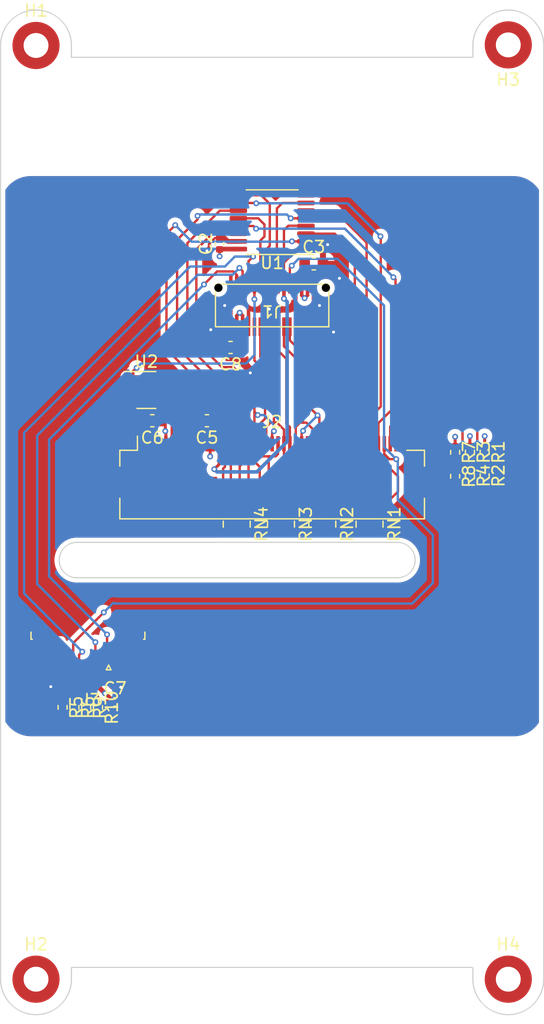
<source format=kicad_pcb>
(kicad_pcb (version 20211014) (generator pcbnew)
  (layers (0 "F.Cu" signal) (1 "In1.Cu" signal) (2 "In2.Cu" signal) (31 "B.Cu" signal) (34 "B.Paste" user) (35 "F.Paste" user) (36 "B.SilkS" user "B.Silkscreen") (37 "F.SilkS" user "F.Silkscreen") (38 "B.Mask" user) (39 "F.Mask" user) (44 "Edge.Cuts" user))
  (net 0 "")
  (net 1 "VDD_AUX_3V3")
  (net 2 "GND")
  (net 7 "/LCD_SPI_CS")
  (net 8 "/LCD_SPI.DC")
  (net 9 "/LCD_SPI.SCLK")
  (net 10 "/LCD_SPI.MOSI")
  (net 11 "/LCD_SPI.MISO")
  (net 12 "/LCD_RGB.R0")
  (net 13 "/LCD_RGB.R1")
  (net 14 "/LCD_RGB.R2")
  (net 15 "/LCD_RGB.G0")
  (net 16 "/LCD_RGB.G1")
  (net 17 "/LCD_RGB.G2")
  (net 18 "/LCD_RGB.B0")
  (net 19 "/LCD_RGB.B1")
  (net 20 "/LCD_CTRL.DE")
  (net 21 "/LCD_CTRL.PCLK")
  (net 22 "/IM0")
  (net 23 "/IM1")
  (net 24 "/IM2")
  (net 25 "/RD")
  (net 26 "/LCDK4")
  (net 27 "/LCDK3")
  (net 28 "/LCDK2")
  (net 29 "/LCDK1")
  (net 30 "/LCD_CTRL.HSYNC")
  (net 31 "/LCD_CTRL.VSYNC")
  (net 32 "~{RESET}")
  (net 33 "/TOUCH_SCL")
  (net 34 "/TOUCH_SDA")
  (net 35 "/TOUCH_INT")
  (net 36 "/LCD_MUX0")
  (net 37 "/LCD_MUX1")
  (net 38 "/LCD_MUX2")
  (net 39 "/LCD_MUX3")
  (net 40 "/DISPLAY_BL")
  (footprint "Resistor_SMD:R_Array_Concave_4x0402" (layer "F.Cu") (at 146 117.25 -90)
    (fp_text reference "RN3")
    (fp_text value "100k")
  )
  (footprint "Resistor_SMD:R_Array_Concave_4x0402" (layer "F.Cu") (at 149.5 117.25 -90)
    (fp_text reference "RN2")
    (fp_text value "100k")
  )
  (footprint "Mounting_Wuerth:Mounting_Wuerth_WA-SMSI-M1.6_H2mm_9774020633" (layer "F.Cu") (at 165.25 76.7 180)
    (fp_text reference "H3")
    (fp_text value "TR")
  )
  (footprint "Capacitor_SMD:C_0603_1608Metric" (layer "F.Cu") (at 135.1 108.5 180)
    (fp_text reference "C6")
    (fp_text value "1u")
  )
  (footprint "Package_TO_SOT_SMD:SOT-23-6" (layer "F.Cu") (at 134.6 105.9)
    (fp_text reference "U2")
    (fp_text value "AP2502")
  )
  (footprint "Capacitor_SMD:C_0402_1005Metric" (layer "F.Cu") (at 131.95 132.3)
    (fp_text reference "C7")
    (fp_text value "0.1u")
  )
  (footprint "Package_SO:TSSOP-16_4.4x5mm_P0.65mm" (layer "F.Cu") (at 145.25 91.7 180)
    (fp_text reference "U1")
    (fp_text value "74CBTLV3257")
  )
  (footprint "Capacitor_SMD:C_0402_1005Metric" (layer "F.Cu") (at 140.8 93.525 90)
    (fp_text reference "C2")
    (fp_text value "0.1u")
  )
  (footprint "Capacitor_SMD:C_0603_1608Metric" (layer "F.Cu") (at 148.78 95.23)
    (fp_text reference "C3")
    (fp_text value "1u")
  )
  (footprint "Capacitor_SMD:C_0603_1608Metric" (layer "F.Cu") (at 141.73 102.3 180)
    (fp_text reference "C8")
    (fp_text value "1u")
  )
  (footprint "Resistor_SMD:R_0402_1005Metric" (layer "F.Cu") (at 162 111.15 -90)
    (fp_text reference "R3")
    (fp_text value "100k")
  )
  (footprint "Capacitor_SMD:C_0603_1608Metric" (layer "F.Cu") (at 139.725 108.5 180)
    (fp_text reference "C5")
    (fp_text value "1u")
  )
  (footprint "Mounting_Wuerth:Mounting_Wuerth_WA-SMSI-M1.6_H2mm_9774020633" (layer "F.Cu") (at 125.25 155.75)
    (fp_text reference "H2")
    (fp_text value "BL")
  )
  (footprint "Resistor_SMD:R_Array_Concave_4x0402" (layer "F.Cu") (at 153.5 117.25 -90)
    (fp_text reference "RN1")
    (fp_text value "100k")
  )
  (footprint "Resistor_SMD:R_0402_1005Metric" (layer "F.Cu") (at 127.5 132.75 -90)
    (fp_text reference "R5")
    (fp_text value "4.7k")
  )
  (footprint "Resistor_SMD:R_Array_Concave_4x0402" (layer "F.Cu") (at 142.25 117.25 -90)
    (fp_text reference "RN4")
    (fp_text value "100k")
  )
  (footprint "Resistor_SMD:R_0402_1005Metric" (layer "F.Cu") (at 129.5 132.76 -90)
    (fp_text reference "R9")
    (fp_text value "4.7k")
  )
  (footprint "Connector_FFC-FPC:Hirose_FH12-45S-0.5SH_1x45-1MP_P0.50mm_Horizontal" (layer "F.Cu") (at 145.25 112.3)
    (fp_text reference "J2")
    (fp_text value "Conn_01x45_Shielded")
  )
  (footprint "Resistor_SMD:R_0402_1005Metric" (layer "F.Cu") (at 128.5 132.75 -90)
    (fp_text reference "R6")
    (fp_text value "4.7k")
  )
  (footprint "Resistor_SMD:R_0402_1005Metric" (layer "F.Cu") (at 163.25 111.15 -90)
    (fp_text reference "R1")
    (fp_text value "100k")
  )
  (footprint "Mounting_Wuerth:Mounting_Wuerth_WA-SMSI-M1.6_H2mm_9774020633" (layer "F.Cu") (at 165.250022 155.749978)
    (fp_text reference "H4")
    (fp_text value "BR")
  )
  (footprint "Connector_FFC-FPC:TE_0-1734839-8_1x08-1MP_P0.5mm_Horizontal" (layer "F.Cu") (at 129.65 129.025 180)
    (fp_text reference "J3")
    (fp_text value "CapTouch")
  )
  (footprint "Resistor_SMD:R_0402_1005Metric" (layer "F.Cu") (at 160.75 111.17 -90)
    (fp_text reference "R7")
    (fp_text value "100k")
  )
  (footprint "bt_Connector_B2B:10132798-031100LF" (layer "F.Cu") (at 145.25 98.75 180)
    (fp_text reference "J1")
    (fp_text value "Conn_02x15_Odd_Even_MountingPin")
  )
  (footprint "Resistor_SMD:R_0402_1005Metric" (layer "F.Cu") (at 130.5 132.76 -90)
    (fp_text reference "R10")
    (fp_text value "4.7k")
  )
  (footprint "Mounting_Wuerth:Mounting_Wuerth_WA-SMSI-M1.6_H2mm_9774020633" (layer "F.Cu") (at 125.25 76.75)
    (fp_text reference "H1")
    (fp_text value "TL")
  )
  (footprint "Resistor_SMD:R_0402_1005Metric" (layer "F.Cu") (at 160.75 113.2 -90)
    (fp_text reference "R8")
    (fp_text value "100k")
  )
  (footprint "Resistor_SMD:R_0402_1005Metric" (layer "F.Cu") (at 163.25 113.15 -90)
    (fp_text reference "R2")
    (fp_text value "100k")
  )
  (footprint "Resistor_SMD:R_0402_1005Metric" (layer "F.Cu") (at 162 113.15 -90)
    (fp_text reference "R4")
    (fp_text value "100k")
  )
  (gr_arc (start 128.714558 121.790826) (mid 127.214564 120.290826) (end 128.714558 118.790826) (layer "Edge.Cuts") (width 0.1))
  (gr_line (start 155.872545 118.78922) (end 128.714558 118.78922) (layer "Edge.Cuts") (width 0.1))
  (gr_arc (start 155.872545 118.78922) (mid 157.37255 120.28922) (end 155.872545 121.78922) (layer "Edge.Cuts") (width 0.1))
  (gr_line (start 128.25 155.75) (end 128.25 154.75) (layer "Edge.Cuts") (width 0.1))
  (gr_arc (start 162.25 76.75) (mid 165.25 73.75) (end 168.25 76.75) (layer "Edge.Cuts") (width 0.1))
  (gr_line (start 162.25 155.75) (end 162.25 154.75) (layer "Edge.Cuts") (width 0.1))
  (gr_line (start 128.25 77.75) (end 162.25 77.75) (layer "Edge.Cuts") (width 0.1))
  (gr_line (start 128.25 76.75) (end 128.25 77.75) (layer "Edge.Cuts") (width 0.1))
  (gr_line (start 162.25 154.75) (end 128.25 154.75) (layer "Edge.Cuts") (width 0.1))
  (gr_line (start 168.25 155.75) (end 168.25 76.75) (layer "Edge.Cuts") (width 0.1))
  (gr_arc (start 168.250022 155.749978) (mid 165.250022 158.749978) (end 162.250022 155.749978) (layer "Edge.Cuts") (width 0.1))
  (gr_arc (start 128.25 155.75) (mid 125.25 158.75) (end 122.25 155.75) (layer "Edge.Cuts") (width 0.1))
  (gr_line (start 122.25 155.75) (end 122.25 76.75) (layer "Edge.Cuts") (width 0.1))
  (gr_arc (start 122.25 76.75) (mid 125.25 73.75) (end 128.25 76.75) (layer "Edge.Cuts") (width 0.1))
  (gr_line (start 162.25 76.75) (end 162.25 77.75) (layer "Edge.Cuts") (width 0.1))
  (gr_line (start 155.872545 121.78922) (end 128.714558 121.78922) (layer "Edge.Cuts") (width 0.1))
  (segment (start 130.5 133.27) (end 130.955 133.27) (width 0.4) (layer "F.Cu") (net 1))
  (segment (start 131.47 131.945) (end 130.625 131.1) (width 0.4) (layer "F.Cu") (net 1))
  (segment (start 163.25 110.64) (end 163.25 109.8) (width 0.254) (layer "F.Cu") (net 1))
  (segment (start 130.49 133.26) (end 130.5 133.27) (width 0.4) (layer "F.Cu") (net 1))
  (segment (start 148.25 96.95) (end 148.25 97.88) (width 0.3) (layer "F.Cu") (net 1))
  (segment (start 140 109.5) (end 140 109) (width 0.512) (layer "F.Cu") (net 1))
  (segment (start 160.75 110.66) (end 160.75 109.85) (width 0.254) (layer "F.Cu") (net 1))
  (segment (start 162 109.8) (end 162 110.64) (width 0.254) (layer "F.Cu") (net 1))
  (segment (start 130.955 133.27) (end 131.47 132.755) (width 0.4) (layer "F.Cu") (net 1))
  (segment (start 140.83 93.975) (end 140.8 94.005) (width 0.4) (layer "F.Cu") (net 1))
  (segment (start 148.25 95.475) (end 148.005 95.23) (width 0.3) (layer "F.Cu") (net 1))
  (segment (start 129.135 133.26) (end 130.49 133.26) (width 0.4) (layer "F.Cu") (net 1))
  (segment (start 128.5 133.26) (end 129.135 133.26) (width 0.4) (layer "F.Cu") (net 1))
  (segment (start 142.25 99.61) (end 142.5 99.36) (width 0.3) (layer "F.Cu") (net 1))
  (segment (start 131.47 132.3) (end 131.47 131.945) (width 0.4) (layer "F.Cu") (net 1))
  (segment (start 139.75 110.45) (end 139.75 109.75) (width 0.2) (layer "F.Cu") (net 1))
  (segment (start 140.25 109.75) (end 140.25 110.45) (width 0.2) (layer "F.Cu") (net 1))
  (segment (start 142.75 100.55) (end 142.75 99.61) (width 0.3) (layer "F.Cu") (net 1))
  (segment (start 148.25 97.88) (end 148 98.13) (width 0.3) (layer "F.Cu") (net 1))
  (segment (start 140.8 94.005) (end 140.8 94.59) (width 0.2) (layer "F.Cu") (net 1))
  (segment (start 142.75 102.055) (end 142.505 102.3) (width 0.3) (layer "F.Cu") (net 1))
  (segment (start 140 109.5) (end 140 110.45) (width 0.512) (layer "F.Cu") (net 1))
  (segment (start 147.75 96.95) (end 147.75 95.485) (width 0.3) (layer "F.Cu") (net 1))
  (segment (start 142.25 102.045) (end 142.505 102.3) (width 0.3) (layer "F.Cu") (net 1))
  (segment (start 147.75 96.95) (end 147.75 97.88) (width 0.3) (layer "F.Cu") (net 1))
  (segment (start 130.9 130.375) (end 130.625 130.375) (width 0.2) (layer "F.Cu") (net 1))
  (segment (start 140 109.5) (end 140.25 109.75) (width 0.2) (layer "F.Cu") (net 1))
  (segment (start 140 110.45) (end 140 111.525) (width 0.25) (layer "F.Cu") (net 1))
  (segment (start 142.25 100.55) (end 142.25 99.61) (width 0.3) (layer "F.Cu") (net 1))
  (segment (start 136.25 109.425) (end 136.25 110.45) (width 0.254) (layer "F.Cu") (net 1))
  (segment (start 129.135 133.26) (end 129.49 133.26) (width 0.4) (layer "F.Cu") (net 1))
  (segment (start 148.25 96.95) (end 148.25 95.475) (width 0.3) (layer "F.Cu") (net 1))
  (segment (start 142.75 100.55) (end 142.75 102.055) (width 0.3) (layer "F.Cu") (net 1))
  (segment (start 142.75 99.61) (end 142.5 99.36) (width 0.3) (layer "F.Cu") (net 1))
  (segment (start 130.625 130.375) (end 130.4 130.375) (width 0.2) (layer "F.Cu") (net 1))
  (segment (start 130.625 131.1) (end 130.625 130.375) (width 0.4) (layer "F.Cu") (net 1))
  (segment (start 140 109) (end 140.5 108.5) (width 0.512) (layer "F.Cu") (net 1))
  (segment (start 139.75 109.75) (end 140 109.5) (width 0.2) (layer "F.Cu") (net 1))
  (segment (start 136.2 108.825) (end 135.875 108.5) (width 0.254) (layer "F.Cu") (net 1))
  (segment (start 129.49 133.26) (end 129.5 133.27) (width 0.4) (layer "F.Cu") (net 1))
  (segment (start 142.25 100.55) (end 142.25 102.045) (width 0.3) (layer "F.Cu") (net 1))
  (segment (start 136.2 109.375) (end 136.2 108.825) (width 0.254) (layer "F.Cu") (net 1))
  (segment (start 136.2 109.375) (end 136.25 109.425) (width 0.254) (layer "F.Cu") (net 1))
  (segment (start 147.75 97.88) (end 148 98.13) (width 0.3) (layer "F.Cu") (net 1))
  (segment (start 140 110.45) (end 140 110.85) (width 0.512) (layer "F.Cu") (net 1))
  (segment (start 147.75 95.485) (end 148.005 95.23) (width 0.3) (layer "F.Cu") (net 1))
  (segment (start 142.3875 93.975) (end 140.83 93.975) (width 0.4) (layer "F.Cu") (net 1))
  (segment (start 127.5 133.26) (end 128.5 133.26) (width 0.4) (layer "F.Cu") (net 1))
  (segment (start 131.47 132.755) (end 131.47 132.3) (width 0.4) (layer "F.Cu") (net 1))
  (via (at 163.25 109.8) (size 0.5) (drill 0.25) (layers "F.Cu" "B.Cu") (net 1))
  (via (at 162 109.8) (size 0.5) (drill 0.25) (layers "F.Cu" "B.Cu") (net 1))
  (via (at 140.8 94.59) (size 0.5) (drill 0.25) (layers "F.Cu" "B.Cu") (net 1))
  (via (at 136.2 109.375) (size 0.5) (drill 0.25) (layers "F.Cu" "B.Cu") (net 1))
  (via (at 140 111.525) (size 0.5) (drill 0.25) (layers "F.Cu" "B.Cu") (net 1))
  (via (at 142.5 99.36) (size 0.5) (drill 0.25) (layers "F.Cu" "B.Cu") (net 1))
  (via (at 160.75 109.85) (size 0.5) (drill 0.25) (layers "F.Cu" "B.Cu") (net 1))
  (via (at 148 98.13) (size 0.5) (drill 0.25) (layers "F.Cu" "B.Cu") (net 1))
  (via (at 131.0875 131.5625) (size 0.5) (drill 0.25) (layers "F.Cu" "B.Cu") (net 1))
  (segment (start 139.25 108.8) (end 138.95 108.5) (width 0.2) (layer "F.Cu") (net 2))
  (segment (start 138.75 110.45) (end 138.75 108.7) (width 0.2) (layer "F.Cu") (net 2))
  (segment (start 141.75 99.27) (end 141.75 96.95) (width 0.3) (layer "F.Cu") (net 2))
  (segment (start 131.64 131.05) (end 132.43 131.05) (width 0.3) (layer "F.Cu") (net 2))
  (segment (start 143.3 99.05) (end 145.07 99.05) (width 0.3) (layer "F.Cu") (net 2))
  (segment (start 145.25 99.3) (end 145 99.05) (width 0.3) (layer "F.Cu") (net 2))
  (segment (start 139.25 110.45) (end 139.25 108.8) (width 0.2) (layer "F.Cu") (net 2))
  (segment (start 141.75 100.55) (end 141.75 99.27) (width 0.3) (layer "F.Cu") (net 2))
  (segment (start 143.25 99.1) (end 143.3 99.05) (width 0.3) (layer "F.Cu") (net 2))
  (segment (start 127.9 130.375) (end 127.275 131) (width 0.3) (layer "F.Cu") (net 2))
  (segment (start 141.22 93.045) (end 140.8 93.045) (width 0.4) (layer "F.Cu") (net 2))
  (segment (start 145 99.05) (end 147.35 99.05) (width 0.3) (layer "F.Cu") (net 2))
  (segment (start 127.275 131) (end 126.5 131) (width 0.3) (layer "F.Cu") (net 2))
  (segment (start 131.4 130.81) (end 131.64 131.05) (width 0.3) (layer "F.Cu") (net 2))
  (segment (start 139.9 93.96) (end 139.73 94.13) (width 0.2) (layer "F.Cu") (net 2))
  (segment (start 145.25 100.55) (end 145.25 99.3) (width 0.3) (layer "F.Cu") (net 2))
  (segment (start 148.75 99.05) (end 148.75 100.55) (width 0.3) (layer "F.Cu") (net 2))
  (segment (start 147.25 98.95) (end 147.25 100.55) (width 0.3) (layer "F.Cu") (net 2))
  (segment (start 131.4 130.375) (end 131.4 130.81) (width 0.3) (layer "F.Cu") (net 2))
  (segment (start 139.9 93.55) (end 139.9 93.96) (width 0.2) (layer "F.Cu") (net 2))
  (segment (start 141.5 93.325) (end 141.22 93.045) (width 0.4) (layer "F.Cu") (net 2))
  (segment (start 148.75 99.05) (end 147.35 99.05) (width 0.3) (layer "F.Cu") (net 2))
  (segment (start 140.405 93.045) (end 139.9 93.55) (width 0.2) (layer "F.Cu") (net 2))
  (segment (start 143.25 100.55) (end 143.25 99.1) (width 0.3) (layer "F.Cu") (net 2))
  (segment (start 148.75 96.95) (end 148.75 99.05) (width 0.3) (layer "F.Cu") (net 2))
  (segment (start 141.5 93.325) (end 142.3875 93.325) (width 0.4) (layer "F.Cu") (net 2))
  (segment (start 138.95 108.5) (end 138.95 110.84) (width 0.512) (layer "F.Cu") (net 2))
  (segment (start 147.25 96.95) (end 147.25 98.95) (width 0.3) (layer "F.Cu") (net 2))
  (segment (start 132.43 131.05) (end 132.43 132.3) (width 0.3) (layer "F.Cu") (net 2))
  (segment (start 147.35 99.05) (end 147.25 98.95) (width 0.3) (layer "F.Cu") (net 2))
  (segment (start 138.75 108.7) (end 138.95 108.5) (width 0.2) (layer "F.Cu") (net 2))
  (segment (start 140.8 93.045) (end 140.405 93.045) (width 0.2) (layer "F.Cu") (net 2))
  (via (at 150.45 101) (size 0.5) (drill 0.25) (layers "F.Cu" "B.Cu") (net 2))
  (via (at 126.5 131) (size 0.5) (drill 0.25) (layers "F.Cu" "B.Cu") (net 2))
  (via (at 141.23 98.75) (size 0.5) (drill 0.25) (layers "F.Cu" "B.Cu") (net 2))
  (via (at 150.95 96.45) (size 0.5) (drill 0.25) (layers "F.Cu" "B.Cu") (net 2))
  (via (at 140.05 100.8) (size 0.5) (drill 0.25) (layers "F.Cu" "B.Cu") (net 2))
  (via (at 145 99.05) (size 0.5) (drill 0.25) (layers "F.Cu" "B.Cu") (net 2))
  (via (at 132.43 131.05) (size 0.5) (drill 0.25) (layers "F.Cu" "B.Cu") (net 2))
  (via (at 149.26 98.75) (size 0.5) (drill 0.25) (layers "F.Cu" "B.Cu") (net 2))
  (via (at 143.4 104.45) (size 0.5) (drill 0.25) (layers "F.Cu" "B.Cu") (net 2))
  (via (at 139.73 94.13) (size 0.5) (drill 0.25) (layers "F.Cu" "B.Cu") (net 2))
  (via (at 149.95 93.6) (size 0.5) (drill 0.25) (layers "F.Cu" "B.Cu") (net 2))
  (segment (start 148.1 93.9875) (end 148.1125 93.975) (width 0.25) (layer "F.Cu") (net 7))
  (segment (start 140.75 110.45) (end 140.75 112.2) (width 0.25) (layer "F.Cu") (net 7))
  (segment (start 140.75 112.2) (end 140.35 112.6) (width 0.25) (layer "F.Cu") (net 7))
  (segment (start 146.25 95.13) (end 147.405 93.975) (width 0.2) (layer "F.Cu") (net 7))
  (segment (start 147.405 93.975) (end 148.1125 93.975) (width 0.2) (layer "F.Cu") (net 7))
  (segment (start 146.25 98.17) (end 146.25 96.95) (width 0.3) (layer "F.Cu") (net 7))
  (segment (start 146.25 96.95) (end 146.25 95.13) (width 0.2) (layer "F.Cu") (net 7))
  (via (at 146.25 98.17) (size 0.5) (drill 0.25) (layers "F.Cu" "B.Cu") (net 7))
  (via (at 140.35 112.6) (size 0.5) (drill 0.25) (layers "F.Cu" "B.Cu") (net 7))
  (segment (start 146.52 110.27) (end 146.52 98.44) (width 0.3) (layer "B.Cu") (net 7))
  (segment (start 143.96 112.83) (end 146.52 110.27) (width 0.3) (layer "B.Cu") (net 7))
  (segment (start 140.58 112.83) (end 143.96 112.83) (width 0.3) (layer "B.Cu") (net 7))
  (segment (start 146.52 98.44) (end 146.25 98.17) (width 0.3) (layer "B.Cu") (net 7))
  (segment (start 140.35 112.6) (end 140.58 112.83) (width 0.3) (layer "B.Cu") (net 7))
  (segment (start 141.1 112.55) (end 141.25 112.4) (width 0.2) (layer "F.Cu") (net 8))
  (segment (start 141.5 116.75) (end 141.5 116.05) (width 0.2) (layer "F.Cu") (net 8))
  (segment (start 141.1 115.65) (end 141.1 112.55) (width 0.2) (layer "F.Cu") (net 8))
  (segment (start 141.5 116.05) (end 141.1 115.65) (width 0.2) (layer "F.Cu") (net 8))
  (segment (start 140.7 106.35) (end 140.2 106.35) (width 0.2) (layer "F.Cu") (net 8))
  (segment (start 136.3 92.69) (end 137.04 91.95) (width 0.2) (layer "F.Cu") (net 8))
  (segment (start 141.25 110.45) (end 141.25 106.9) (width 0.2) (layer "F.Cu") (net 8))
  (segment (start 136.3 102.45) (end 136.3 92.69) (width 0.2) (layer "F.Cu") (net 8))
  (segment (start 141.25 106.9) (end 140.7 106.35) (width 0.2) (layer "F.Cu") (net 8))
  (segment (start 140.2 106.35) (end 136.3 102.45) (width 0.2) (layer "F.Cu") (net 8))
  (segment (start 148.1125 93.325) (end 146.925 93.325) (width 0.2) (layer "F.Cu") (net 8))
  (segment (start 141.25 112.4) (end 141.25 110.45) (width 0.2) (layer "F.Cu") (net 8))
  (via (at 137.04 91.95) (size 0.5) (drill 0.25) (layers "F.Cu" "B.Cu") (net 8))
  (via (at 146.925 93.325) (size 0.5) (drill 0.25) (layers "F.Cu" "B.Cu") (net 8))
  (segment (start 138.44 93.35) (end 137.04 91.95) (width 0.2) (layer "B.Cu") (net 8))
  (segment (start 146.925 93.325) (end 146.9 93.35) (width 0.2) (layer "B.Cu") (net 8))
  (segment (start 146.9 93.35) (end 138.44 93.35) (width 0.2) (layer "B.Cu") (net 8))
  (segment (start 148.1125 91.375) (end 146.825 91.375) (width 0.2) (layer "F.Cu") (net 9))
  (segment (start 142 116.75) (end 142 114.725) (width 0.2) (layer "F.Cu") (net 9))
  (segment (start 137.2 93.2) (end 137.2 102.3) (width 0.2) (layer "F.Cu") (net 9))
  (segment (start 142.11 108.37) (end 141.75 108.73) (width 0.2) (layer "F.Cu") (net 9))
  (segment (start 138.93 91.17) (end 138.93 91.47) (width 0.2) (layer "F.Cu") (net 9))
  (segment (start 141.05 105.45) (end 142.11 106.51) (width 0.2) (layer "F.Cu") (net 9))
  (segment (start 142.11 106.51) (end 142.11 108.37) (width 0.2) (layer "F.Cu") (net 9))
  (segment (start 138.93 91.47) (end 137.2 93.2) (width 0.2) (layer "F.Cu") (net 9))
  (segment (start 141.75 114.475) (end 141.75 110.45) (width 0.2) (layer "F.Cu") (net 9))
  (segment (start 140.35 105.45) (end 141.05 105.45) (width 0.2) (layer "F.Cu") (net 9))
  (segment (start 137.2 102.3) (end 140.35 105.45) (width 0.2) (layer "F.Cu") (net 9))
  (segment (start 142 114.725) (end 141.75 114.475) (width 0.2) (layer "F.Cu") (net 9))
  (segment (start 141.75 108.73) (end 141.75 110.45) (width 0.2) (layer "F.Cu") (net 9))
  (via (at 146.825 91.375) (size 0.5) (drill 0.25) (layers "F.Cu" "B.Cu") (net 9))
  (via (at 138.93 91.17) (size 0.5) (drill 0.25) (layers "F.Cu" "B.Cu") (net 9))
  (segment (start 139.05 91.05) (end 138.93 91.17) (width 0.2) (layer "B.Cu") (net 9))
  (segment (start 146.825 91.375) (end 146.5 91.05) (width 0.2) (layer "B.Cu") (net 9))
  (segment (start 146.5 91.05) (end 139.05 91.05) (width 0.2) (layer "B.Cu") (net 9))
  (segment (start 138.070499 102.120499) (end 140.7 104.75) (width 0.2) (layer "F.Cu") (net 10))
  (segment (start 142.75 105.9) (end 142.75 110.45) (width 0.2) (layer "F.Cu") (net 10))
  (segment (start 140.815 90.725) (end 138.070499 93.469501) (width 0.2) (layer "F.Cu") (net 10))
  (segment (start 142.5 116.75) (end 142.5 112.35) (width 0.2) (layer "F.Cu") (net 10))
  (segment (start 140.7 104.75) (end 141.6 104.75) (width 0.2) (layer "F.Cu") (net 10))
  (segment (start 142.5 112.35) (end 142.75 112.1) (width 0.2) (layer "F.Cu") (net 10))
  (segment (start 141.6 104.75) (end 142.75 105.9) (width 0.2) (layer "F.Cu") (net 10))
  (segment (start 142.75 112.1) (end 142.75 110.45) (width 0.2) (layer "F.Cu") (net 10))
  (segment (start 142.3875 90.725) (end 140.815 90.725) (width 0.2) (layer "F.Cu") (net 10))
  (segment (start 138.070499 93.469501) (end 138.070499 102.120499) (width 0.2) (layer "F.Cu") (net 10))
  (segment (start 140.365 92.485) (end 138.83 94.02) (width 0.2) (layer "F.Cu") (net 11))
  (segment (start 143.25 115.75) (end 143.25 110.45) (width 0.2) (layer "F.Cu") (net 11))
  (segment (start 138.83 94.02) (end 138.83 101.8) (width 0.2) (layer "F.Cu") (net 11))
  (segment (start 143.25 109.636695) (end 143.25 110.45) (width 0.2) (layer "F.Cu") (net 11))
  (segment (start 141.96 103.96) (end 143.309501 105.309501) (width 0.2) (layer "F.Cu") (net 11))
  (segment (start 141.55 92.675) (end 141.36 92.485) (width 0.2) (layer "F.Cu") (net 11))
  (segment (start 143.309501 105.309501) (end 143.309501 109.577195) (width 0.2) (layer "F.Cu") (net 11))
  (segment (start 140.99 103.96) (end 141.96 103.96) (width 0.2) (layer "F.Cu") (net 11))
  (segment (start 143.309501 109.577195) (end 143.25 109.636695) (width 0.2) (layer "F.Cu") (net 11))
  (segment (start 138.83 101.8) (end 140.99 103.96) (width 0.2) (layer "F.Cu") (net 11))
  (segment (start 141.36 92.485) (end 140.365 92.485) (width 0.2) (layer "F.Cu") (net 11))
  (segment (start 143 116.75) (end 143 116) (width 0.2) (layer "F.Cu") (net 11))
  (segment (start 142.3875 92.675) (end 141.55 92.675) (width 0.2) (layer "F.Cu") (net 11))
  (segment (start 143 116) (end 143.25 115.75) (width 0.2) (layer "F.Cu") (net 11))
  (segment (start 144.2 114.9) (end 144.2 112.4) (width 0.2) (layer "F.Cu") (net 12))
  (segment (start 145.25 116.75) (end 145.25 115.95) (width 0.2) (layer "F.Cu") (net 12))
  (segment (start 143.75 111.95) (end 143.75 110.45) (width 0.2) (layer "F.Cu") (net 12))
  (segment (start 143.8 107.79) (end 143.75 107.79) (width 0.2) (layer "F.Cu") (net 12))
  (segment (start 143.75 107.79) (end 143.75 105.25) (width 0.2) (layer "F.Cu") (net 12))
  (segment (start 145.25 115.95) (end 144.2 114.9) (width 0.2) (layer "F.Cu") (net 12))
  (segment (start 144.1 104.9) (end 144.1 103.75) (width 0.2) (layer "F.Cu") (net 12))
  (segment (start 143.75 110.45) (end 143.75 107.79) (width 0.2) (layer "F.Cu") (net 12))
  (segment (start 143.75 105.25) (end 144.1 104.9) (width 0.2) (layer "F.Cu") (net 12))
  (segment (start 145.25 110.45) (end 145.25 109.53) (width 0.2) (layer "F.Cu") (net 12))
  (segment (start 144.2 112.4) (end 143.75 111.95) (width 0.2) (layer "F.Cu") (net 12))
  (segment (start 143.75 103.4) (end 143.75 100.55) (width 0.2) (layer "F.Cu") (net 12))
  (segment (start 144.03 108.02) (end 143.8 107.79) (width 0.2) (layer "F.Cu") (net 12))
  (segment (start 144.1 103.75) (end 143.75 103.4) (width 0.2) (layer "F.Cu") (net 12))
  (segment (start 145.25 109.53) (end 145.4 109.38) (width 0.2) (layer "F.Cu") (net 12))
  (via (at 144.03 108.02) (size 0.5) (drill 0.25) (layers "F.Cu" "B.Cu") (net 12))
  (via (at 145.4 109.38) (size 0.5) (drill 0.25) (layers "F.Cu" "B.Cu") (net 12))
  (segment (start 144.57 108.02) (end 144.03 108.02) (width 0.2) (layer "B.Cu") (net 12))
  (segment (start 145.4 108.85) (end 144.57 108.02) (width 0.2) (layer "B.Cu") (net 12))
  (segment (start 145.4 109.38) (end 145.4 108.85) (width 0.2) (layer "B.Cu") (net 12))
  (segment (start 145.75 114.95) (end 144.96 114.16) (width 0.2) (layer "F.Cu") (net 13))
  (segment (start 144.96 111.58) (end 145.03 111.51) (width 0.2) (layer "F.Cu") (net 13))
  (segment (start 145.75 116.75) (end 145.75 114.95) (width 0.2) (layer "F.Cu") (net 13))
  (segment (start 144.4 111.52) (end 144.25 111.37) (width 0.2) (layer "F.Cu") (net 13))
  (segment (start 145.75 110.45) (end 145.75 111.31) (width 0.2) (layer "F.Cu") (net 13))
  (segment (start 145.03 111.51) (end 144.41 111.51) (width 0.2) (layer "F.Cu") (net 13))
  (segment (start 144.96 114.16) (end 144.96 111.58) (width 0.2) (layer "F.Cu") (net 13))
  (segment (start 144.41 111.51) (end 144.4 111.52) (width 0.2) (layer "F.Cu") (net 13))
  (segment (start 144.25 111.37) (end 144.25 110.45) (width 0.2) (layer "F.Cu") (net 13))
  (segment (start 144.25 108.725) (end 144.25 110.45) (width 0.2) (layer "F.Cu") (net 13))
  (segment (start 144.25 103.1) (end 144.65 103.5) (width 0.2) (layer "F.Cu") (net 13))
  (segment (start 145.75 111.31) (end 145.55 111.51) (width 0.2) (layer "F.Cu") (net 13))
  (segment (start 145.55 111.51) (end 145.03 111.51) (width 0.2) (layer "F.Cu") (net 13))
  (segment (start 144.65 108.325) (end 144.25 108.725) (width 0.2) (layer "F.Cu") (net 13))
  (segment (start 144.25 100.55) (end 144.25 103.1) (width 0.2) (layer "F.Cu") (net 13))
  (segment (start 144.65 103.5) (end 144.65 108.325) (width 0.2) (layer "F.Cu") (net 13))
  (segment (start 145.4 103.25) (end 145.4 108.65) (width 0.2) (layer "F.Cu") (net 14))
  (segment (start 146.25 116.75) (end 146.25 110.45) (width 0.2) (layer "F.Cu") (net 14))
  (segment (start 146.25 110.45) (end 146.25 109.25) (width 0.2) (layer "F.Cu") (net 14))
  (segment (start 145.12 108.65) (end 144.75 109.02) (width 0.2) (layer "F.Cu") (net 14))
  (segment (start 145.65 108.65) (end 145.4 108.65) (width 0.2) (layer "F.Cu") (net 14))
  (segment (start 146.25 109.25) (end 145.65 108.65) (width 0.2) (layer "F.Cu") (net 14))
  (segment (start 144.75 100.55) (end 144.75 102.6) (width 0.2) (layer "F.Cu") (net 14))
  (segment (start 145.4 108.65) (end 145.12 108.65) (width 0.2) (layer "F.Cu") (net 14))
  (segment (start 144.75 102.6) (end 145.4 103.25) (width 0.2) (layer "F.Cu") (net 14))
  (segment (start 144.75 109.02) (end 144.75 110.45) (width 0.2) (layer "F.Cu") (net 14))
  (segment (start 146.75 110.45) (end 146.75 109.05) (width 0.2) (layer "F.Cu") (net 15))
  (segment (start 146.75 111.31) (end 146.94 111.5) (width 0.2) (layer "F.Cu") (net 15))
  (segment (start 146.45 103.26) (end 145.75 102.56) (width 0.2) (layer "F.Cu") (net 15))
  (segment (start 146.75 116.1) (end 147.15 115.7) (width 0.2) (layer "F.Cu") (net 15))
  (segment (start 146.94 111.5) (end 147.52 111.5) (width 0.2) (layer "F.Cu") (net 15))
  (segment (start 148.25 111.32) (end 148.06 111.51) (width 0.2) (layer "F.Cu") (net 15))
  (segment (start 145.75 102.56) (end 145.75 100.55) (width 0.2) (layer "F.Cu") (net 15))
  (segment (start 146.75 110.45) (end 146.75 111.31) (width 0.2) (layer "F.Cu") (net 15))
  (segment (start 148.25 110.45) (end 148.25 111.32) (width 0.2) (layer "F.Cu") (net 15))
  (segment (start 148.06 111.51) (end 148.05 111.5) (width 0.2) (layer "F.Cu") (net 15))
  (segment (start 146.45 108.74) (end 146.45 103.26) (width 0.2) (layer "F.Cu") (net 15))
  (segment (start 148.05 111.5) (end 147.52 111.5) (width 0.2) (layer "F.Cu") (net 15))
  (segment (start 146.75 109.05) (end 146.755 109.045) (width 0.2) (layer "F.Cu") (net 15))
  (segment (start 146.75 116.75) (end 146.75 116.1) (width 0.2) (layer "F.Cu") (net 15))
  (segment (start 146.755 109.045) (end 146.45 108.74) (width 0.2) (layer "F.Cu") (net 15))
  (segment (start 147.15 112.7) (end 147.52 112.33) (width 0.2) (layer "F.Cu") (net 15))
  (segment (start 147.52 112.33) (end 147.52 111.5) (width 0.2) (layer "F.Cu") (net 15))
  (segment (start 147.15 115.7) (end 147.15 112.7) (width 0.2) (layer "F.Cu") (net 15))
  (segment (start 148.15 108.66) (end 148.75 109.26) (width 0.2) (layer "F.Cu") (net 16))
  (segment (start 147.87 108.22) (end 147.87 108.66) (width 0.2) (layer "F.Cu") (net 16))
  (segment (start 148.1 115.53) (end 148.1 113.06) (width 0.2) (layer "F.Cu") (net 16))
  (segment (start 148.75 116.75) (end 148.75 116.18) (width 0.2) (layer "F.Cu") (net 16))
  (segment (start 148.1 113.06) (end 148.75 112.41) (width 0.2) (layer "F.Cu") (net 16))
  (segment (start 147.87 108.66) (end 148.15 108.66) (width 0.2) (layer "F.Cu") (net 16))
  (segment (start 148.75 109.26) (end 148.75 110.45) (width 0.2) (layer "F.Cu") (net 16))
  (segment (start 146.25 102.2) (end 146.25 100.55) (width 0.2) (layer "F.Cu") (net 16))
  (segment (start 147.25 109.03) (end 147.62 108.66) (width 0.2) (layer "F.Cu") (net 16))
  (segment (start 147.35 103.3) (end 146.25 102.2) (width 0.2) (layer "F.Cu") (net 16))
  (segment (start 148.75 112.41) (end 148.75 110.45) (width 0.2) (layer "F.Cu") (net 16))
  (segment (start 147.35 107.7) (end 147.35 103.3) (width 0.2) (layer "F.Cu") (net 16))
  (segment (start 147.25 110.45) (end 147.25 109.03) (width 0.2) (layer "F.Cu") (net 16))
  (segment (start 148.75 116.18) (end 148.1 115.53) (width 0.2) (layer "F.Cu") (net 16))
  (segment (start 147.87 108.22) (end 147.35 107.7) (width 0.2) (layer "F.Cu") (net 16))
  (segment (start 147.62 108.66) (end 147.87 108.66) (width 0.2) (layer "F.Cu") (net 16))
  (segment (start 148.6 107.55) (end 149.095 108.045) (width 0.2) (layer "F.Cu") (net 17))
  (segment (start 149.2205 113.9295) (end 149.85 113.3) (width 0.2) (layer "F.Cu") (net 17))
  (segment (start 149.25 108.2) (end 149.25 110.45) (width 0.2) (layer "F.Cu") (net 17))
  (segment (start 146.75 100.55) (end 146.75 101.7) (width 0.2) (layer "F.Cu") (net 17))
  (segment (start 147.75 110.45) (end 147.75 109.48) (width 0.2) (layer "F.Cu") (net 17))
  (segment (start 149.2205 112.2005) (end 149.2205 110.4795) (width 0.2) (layer "F.Cu") (net 17))
  (segment (start 149.25 116.75) (end 149.2205 116.7205) (width 0.2) (layer "F.Cu") (net 17))
  (segment (start 149.85 112.83) (end 149.2205 112.2005) (width 0.2) (layer "F.Cu") (net 17))
  (segment (start 147.75 109.48) (end 147.87 109.36) (width 0.2) (layer "F.Cu") (net 17))
  (segment (start 149.85 113.3) (end 149.85 112.83) (width 0.2) (layer "F.Cu") (net 17))
  (segment (start 149.2205 116.7205) (end 149.2205 113.9295) (width 0.2) (layer "F.Cu") (net 17))
  (segment (start 148.6 103.55) (end 148.6 107.55) (width 0.2) (layer "F.Cu") (net 17))
  (segment (start 146.75 101.7) (end 148.6 103.55) (width 0.2) (layer "F.Cu") (net 17))
  (segment (start 149.095 108.045) (end 149.25 108.2) (width 0.2) (layer "F.Cu") (net 17))
  (via (at 147.87 109.36) (size 0.5) (drill 0.25) (layers "F.Cu" "B.Cu") (net 17))
  (via (at 149.095 108.045) (size 0.5) (drill 0.25) (layers "F.Cu" "B.Cu") (net 17))
  (segment (start 147.87 109.27) (end 149.095 108.045) (width 0.2) (layer "B.Cu") (net 17))
  (segment (start 147.87 109.36) (end 147.87 109.27) (width 0.2) (layer "B.Cu") (net 17))
  (segment (start 150.65 109.28) (end 151.52 109.28) (width 0.2) (layer "F.Cu") (net 18))
  (segment (start 150.75 110.45) (end 150.75 108.3) (width 0.2) (layer "F.Cu") (net 18))
  (segment (start 150.66 109.29) (end 150.77 109.29) (width 0.2) (layer "F.Cu") (net 18))
  (segment (start 149.75 111.65) (end 150.91 112.81) (width 0.2) (layer "F.Cu") (net 18))
  (segment (start 149.93 109.28) (end 150.65 109.28) (width 0.2) (layer "F.Cu") (net 18))
  (segment (start 150.05 103.9875) (end 147.75 101.6875) (width 0.2) (layer "F.Cu") (net 18))
  (segment (start 149.75 110.45) (end 149.75 109.46) (width 0.2) (layer "F.Cu") (net 18))
  (segment (start 150.91 112.81) (end 150.91 113.95) (width 0.2) (layer "F.Cu") (net 18))
  (segment (start 149.75 110.45) (end 149.75 111.65) (width 0.2) (layer "F.Cu") (net 18))
  (segment (start 150.91 113.95) (end 149.75 115.11) (width 0.2) (layer "F.Cu") (net 18))
  (segment (start 150.65 109.28) (end 150.66 109.29) (width 0.2) (layer "F.Cu") (net 18))
  (segment (start 149.75 109.46) (end 149.93 109.28) (width 0.2) (layer "F.Cu") (net 18))
  (segment (start 149.75 115.11) (end 149.75 116.75) (width 0.2) (layer "F.Cu") (net 18))
  (segment (start 150.75 108.3) (end 150.05 107.6) (width 0.2) (layer "F.Cu") (net 18))
  (segment (start 151.52 109.28) (end 151.75 109.51) (width 0.2) (layer "F.Cu") (net 18))
  (segment (start 147.75 101.6875) (end 147.75 100.55) (width 0.2) (layer "F.Cu") (net 18))
  (segment (start 150.05 107.6) (end 150.05 103.9875) (width 0.2) (layer "F.Cu") (net 18))
  (segment (start 151.75 109.51) (end 151.75 110.45) (width 0.2) (layer "F.Cu") (net 18))
  (segment (start 152.25 108.55) (end 152.25 110.45) (width 0.2) (layer "F.Cu") (net 19))
  (segment (start 150.25 111.31) (end 150.52 111.58) (width 0.2) (layer "F.Cu") (net 19))
  (segment (start 150.25 116.75) (end 150.25 116.23) (width 0.2) (layer "F.Cu") (net 19))
  (segment (start 152.25 111.58) (end 152.25 110.45) (width 0.2) (layer "F.Cu") (net 19))
  (segment (start 149.55 101.9) (end 151.3 103.65) (width 0.2) (layer "F.Cu") (net 19))
  (segment (start 151.32 111.58) (end 151.64 111.58) (width 0.2) (layer "F.Cu") (net 19))
  (segment (start 151.25 111.51) (end 151.32 111.58) (width 0.2) (layer "F.Cu") (net 19))
  (segment (start 151.25 110.45) (end 151.25 111.51) (width 0.2) (layer "F.Cu") (net 19))
  (segment (start 148.575 101.9) (end 149.55 101.9) (width 0.2) (layer "F.Cu") (net 19))
  (segment (start 150.25 116.23) (end 151.65 114.83) (width 0.2) (layer "F.Cu") (net 19))
  (segment (start 148.25 101.575) (end 148.575 101.9) (width 0.2) (layer "F.Cu") (net 19))
  (segment (start 151.65 111.59) (end 151.64 111.58) (width 0.2) (layer "F.Cu") (net 19))
  (segment (start 150.52 111.58) (end 151.32 111.58) (width 0.2) (layer "F.Cu") (net 19))
  (segment (start 148.25 100.55) (end 148.25 101.575) (width 0.2) (layer "F.Cu") (net 19))
  (segment (start 150.2795 116.7205) (end 150.25 116.75) (width 0.2) (layer "F.Cu") (net 19))
  (segment (start 151.3 107.6) (end 152.25 108.55) (width 0.2) (layer "F.Cu") (net 19))
  (segment (start 151.64 111.58) (end 152.25 111.58) (width 0.2) (layer "F.Cu") (net 19))
  (segment (start 150.25 110.45) (end 150.25 111.31) (width 0.2) (layer "F.Cu") (net 19))
  (segment (start 151.65 114.83) (end 151.65 111.59) (width 0.2) (layer "F.Cu") (net 19))
  (segment (start 151.3 103.65) (end 151.3 107.6) (width 0.2) (layer "F.Cu") (net 19))
  (segment (start 152.25 94.375) (end 152.25 107.35) (width 0.2) (layer "F.Cu") (net 20))
  (segment (start 148.1125 92.675) (end 150.55 92.675) (width 0.2) (layer "F.Cu") (net 20))
  (segment (start 150.55 92.675) (end 152.25 94.375) (width 0.2) (layer "F.Cu") (net 20))
  (segment (start 152.75 110.45) (end 152.75 116.75) (width 0.2) (layer "F.Cu") (net 20))
  (segment (start 152.75 107.85) (end 152.75 110.45) (width 0.2) (layer "F.Cu") (net 20))
  (segment (start 152.25 107.35) (end 152.75 107.85) (width 0.2) (layer "F.Cu") (net 20))
  (segment (start 150.55 90.725) (end 148.1125 90.725) (width 0.2) (layer "F.Cu") (net 21))
  (segment (start 153.25 114.99) (end 153.9 114.34) (width 0.2) (layer "F.Cu") (net 21))
  (segment (start 153.25 112.79) (end 153.25 110.45) (width 0.2) (layer "F.Cu") (net 21))
  (segment (start 153.25 110.45) (end 153.25 93.425) (width 0.2) (layer "F.Cu") (net 21))
  (segment (start 153.9 114.34) (end 153.9 113.44) (width 0.2) (layer "F.Cu") (net 21))
  (segment (start 153.9 113.44) (end 153.25 112.79) (width 0.2) (layer "F.Cu") (net 21))
  (segment (start 153.25 116.75) (end 153.25 114.99) (width 0.2) (layer "F.Cu") (net 21))
  (segment (start 153.25 93.425) (end 150.55 90.725) (width 0.2) (layer "F.Cu") (net 21))
  (segment (start 160.58 111.68) (end 160.75 111.68) (width 0.2) (layer "F.Cu") (net 22))
  (segment (start 156.25 109.375) (end 156.6 109.025) (width 0.2) (layer "F.Cu") (net 22))
  (segment (start 160 111.1) (end 160.58 111.68) (width 0.2) (layer "F.Cu") (net 22))
  (segment (start 156.6 109.025) (end 159.65 109.025) (width 0.2) (layer "F.Cu") (net 22))
  (segment (start 160.75 112.2) (end 160.75 112.69) (width 0.2) (layer "F.Cu") (net 22))
  (segment (start 156.25 110.45) (end 156.25 109.375) (width 0.2) (layer "F.Cu") (net 22))
  (segment (start 159.65 109.025) (end 160 109.375) (width 0.2) (layer "F.Cu") (net 22))
  (segment (start 160 109.375) (end 160 111.1) (width 0.2) (layer "F.Cu") (net 22))
  (segment (start 160.75 112.2) (end 160.75 111.68) (width 0.2) (layer "F.Cu") (net 22))
  (segment (start 162 111.66) (end 162 112.15) (width 0.2) (layer "F.Cu") (net 23))
  (segment (start 155.75 109.15) (end 156.325 108.575) (width 0.2) (layer "F.Cu") (net 23))
  (segment (start 161.375 111.035) (end 162 111.66) (width 0.2) (layer "F.Cu") (net 23))
  (segment (start 161.375 109.15) (end 161.375 111.035) (width 0.2) (layer "F.Cu") (net 23))
  (segment (start 155.7205 110.4205) (end 155.75 110.45) (width 0.2) (layer "F.Cu") (net 23))
  (segment (start 162 112.15) (end 162 112.64) (width 0.2) (layer "F.Cu") (net 23))
  (segment (start 156.325 108.575) (end 160.8 108.575) (width 0.2) (layer "F.Cu") (net 23))
  (segment (start 155.75 110.45) (end 155.75 109.15) (width 0.2) (layer "F.Cu") (net 23))
  (segment (start 160.8 108.575) (end 161.375 109.15) (width 0.2) (layer "F.Cu") (net 23))
  (segment (start 162.625 111.035) (end 163.25 111.66) (width 0.2) (layer "F.Cu") (net 24))
  (segment (start 155.25 110.45) (end 155.25 109) (width 0.2) (layer "F.Cu") (net 24))
  (segment (start 163.25 112.15) (end 163.25 111.66) (width 0.2) (layer "F.Cu") (net 24))
  (segment (start 163.25 112.15) (end 163.25 112.64) (width 0.2) (layer "F.Cu") (net 24))
  (segment (start 161.75 108.15) (end 162.625 109.025) (width 0.2) (layer "F.Cu") (net 24))
  (segment (start 155.25 109) (end 156.1 108.15) (width 0.2) (layer "F.Cu") (net 24))
  (segment (start 162.625 109.025) (end 162.625 111.035) (width 0.2) (layer "F.Cu") (net 24))
  (segment (start 156.1 108.15) (end 161.75 108.15) (width 0.2) (layer "F.Cu") (net 24))
  (segment (start 134.6 107.6) (end 133.85 106.85) (width 0.2) (layer "F.Cu") (net 26))
  (segment (start 133.85 106.85) (end 133.4625 106.85) (width 0.2) (layer "F.Cu") (net 26))
  (segment (start 136.75 110.45) (end 136.75 107.95) (width 0.2) (layer "F.Cu") (net 26))
  (segment (start 136.4 107.6) (end 134.6 107.6) (width 0.2) (layer "F.Cu") (net 26))
  (segment (start 136.75 107.95) (end 136.4 107.6) (width 0.2) (layer "F.Cu") (net 26))
  (segment (start 136.85 106.85) (end 137.1 107.1) (width 0.2) (layer "F.Cu") (net 27))
  (segment (start 137.25 107.25) (end 137.1 107.1) (width 0.2) (layer "F.Cu") (net 27))
  (segment (start 137.25 110.45) (end 137.25 107.25) (width 0.2) (layer "F.Cu") (net 27))
  (segment (start 135.7375 106.85) (end 136.85 106.85) (width 0.2) (layer "F.Cu") (net 27))
  (segment (start 137.75 106.85) (end 136.8 105.9) (width 0.2) (layer "F.Cu") (net 28))
  (segment (start 136.8 105.9) (end 135.7375 105.9) (width 0.2) (layer "F.Cu") (net 28))
  (segment (start 137.75 110.45) (end 137.75 106.85) (width 0.2) (layer "F.Cu") (net 28))
  (segment (start 135.7375 104.95) (end 136.786695 104.95) (width 0.2) (layer "F.Cu") (net 29))
  (segment (start 136.786695 104.95) (end 138.22 106.383305) (width 0.2) (layer "F.Cu") (net 29))
  (segment (start 138.22 110.42) (end 138.25 110.45) (width 0.2) (layer "F.Cu") (net 29))
  (segment (start 138.22 106.383305) (end 138.22 110.42) (width 0.2) (layer "F.Cu") (net 29))
  (segment (start 154.45 107.3) (end 154.45 92.925) (width 0.2) (layer "F.Cu") (net 30))
  (segment (start 154.45 92.925) (end 154.425 92.9) (width 0.2) (layer "F.Cu") (net 30))
  (segment (start 153.75 112.24) (end 153.75 110.45) (width 0.2) (layer "F.Cu") (net 30))
  (segment (start 143.875 90.075) (end 143.9 90.1) (width 0.2) (layer "F.Cu") (net 30))
  (segment (start 153.75 110.45) (end 153.75 108) (width 0.2) (layer "F.Cu") (net 30))
  (segment (start 154.82 114.42) (end 154.82 113.31) (width 0.2) (layer "F.Cu") (net 30))
  (segment (start 153.75 116.75) (end 153.75 115.49) (width 0.2) (layer "F.Cu") (net 30))
  (segment (start 142.3875 90.075) (end 143.875 90.075) (width 0.2) (layer "F.Cu") (net 30))
  (segment (start 154.82 113.31) (end 153.75 112.24) (width 0.2) (layer "F.Cu") (net 30))
  (segment (start 153.75 115.49) (end 154.82 114.42) (width 0.2) (layer "F.Cu") (net 30))
  (segment (start 153.75 108) (end 154.45 107.3) (width 0.2) (layer "F.Cu") (net 30))
  (via (at 143.9 90.1) (size 0.5) (drill 0.25) (layers "F.Cu" "B.Cu") (net 30))
  (via (at 154.425 92.9) (size 0.5) (drill 0.25) (layers "F.Cu" "B.Cu") (net 30))
  (segment (start 143.9 90.1) (end 151.625 90.1) (width 0.2) (layer "B.Cu") (net 30))
  (segment (start 151.625 90.1) (end 154.425 92.9) (width 0.2) (layer "B.Cu") (net 30))
  (segment (start 154.25 110.45) (end 154.25 108.7) (width 0.2) (layer "F.Cu") (net 31))
  (segment (start 143.665999 92.025) (end 143.890999 92.25) (width 0.2) (layer "F.Cu") (net 31))
  (segment (start 142.3875 92.025) (end 143.665999 92.025) (width 0.2) (layer "F.Cu") (net 31))
  (segment (start 154.25 116.75) (end 154.25 116.15) (width 0.2) (layer "F.Cu") (net 31))
  (segment (start 155.7 96.54) (end 155.52 96.36) (width 0.2) (layer "F.Cu") (net 31))
  (segment (start 155.91 114.49) (end 155.91 113.21) (width 0.2) (layer "F.Cu") (net 31))
  (segment (start 155.91 113.21) (end 154.25 111.55) (width 0.2) (layer "F.Cu") (net 31))
  (segment (start 154.25 111.55) (end 154.25 110.45) (width 0.2) (layer "F.Cu") (net 31))
  (segment (start 155.7 107.25) (end 155.7 96.54) (width 0.2) (layer "F.Cu") (net 31))
  (segment (start 154.25 116.15) (end 155.91 114.49) (width 0.2) (layer "F.Cu") (net 31))
  (segment (start 154.25 108.7) (end 155.7 107.25) (width 0.2) (layer "F.Cu") (net 31))
  (via (at 155.52 96.36) (size 0.5) (drill 0.25) (layers "F.Cu" "B.Cu") (net 31))
  (via (at 143.890999 92.25) (size 0.5) (drill 0.25) (layers "F.Cu" "B.Cu") (net 31))
  (segment (start 151.41 92.25) (end 155.52 96.36) (width 0.2) (layer "B.Cu") (net 31))
  (segment (start 143.890999 92.25) (end 151.41 92.25) (width 0.2) (layer "B.Cu") (net 31))
  (segment (start 154.75 110.45) (end 154.75 111.31) (width 0.2) (layer "F.Cu") (net 32))
  (segment (start 128.15 131.425) (end 128.4 131.175) (width 0.2) (layer "F.Cu") (net 32))
  (segment (start 146.75 95.54) (end 146.91 95.38) (width 0.2) (layer "F.Cu") (net 32))
  (segment (start 127.5 131.675) (end 127.75 131.425) (width 0.2) (layer "F.Cu") (net 32))
  (segment (start 154.75 111.31) (end 155.19 111.75) (width 0.2) (layer "F.Cu") (net 32))
  (segment (start 128.4 131.175) (end 128.4 130.375) (width 0.2) (layer "F.Cu") (net 32))
  (segment (start 127.5 132.24) (end 127.5 131.675) (width 0.2) (layer "F.Cu") (net 32))
  (segment (start 146.75 96.95) (end 146.75 95.54) (width 0.2) (layer "F.Cu") (net 32))
  (segment (start 155.19 111.75) (end 155.76 111.75) (width 0.2) (layer "F.Cu") (net 32))
  (segment (start 128.4 127.31) (end 128.4 130.375) (width 0.2) (layer "F.Cu") (net 32))
  (segment (start 130.99 124.72) (end 128.4 127.31) (width 0.2) (layer "F.Cu") (net 32))
  (segment (start 127.75 131.425) (end 128.15 131.425) (width 0.2) (layer "F.Cu") (net 32))
  (via (at 146.91 95.38) (size 0.5) (drill 0.25) (layers "F.Cu" "B.Cu") (net 32))
  (via (at 155.76 111.75) (size 0.5) (drill 0.25) (layers "F.Cu" "B.Cu") (net 32))
  (via (at 130.99 124.72) (size 0.5) (drill 0.25) (layers "F.Cu" "B.Cu") (net 32))
  (segment (start 131.77 123.94) (end 130.99 124.72) (width 0.2) (layer "B.Cu") (net 32))
  (segment (start 132 123.97) (end 131.97 123.94) (width 0.2) (layer "B.Cu") (net 32))
  (segment (start 158.86 122.22) (end 157.39 123.69) (width 0.2) (layer "B.Cu") (net 32))
  (segment (start 154.73 110.72) (end 155.76 111.75) (width 0.2) (layer "B.Cu") (net 32))
  (segment (start 147.49 94.8) (end 150.78 94.8) (width 0.2) (layer "B.Cu") (net 32))
  (segment (start 131.97 123.94) (end 131.77 123.94) (width 0.2) (layer "B.Cu") (net 32))
  (segment (start 157.11 123.97) (end 143.4 123.97) (width 0.2) (layer "B.Cu") (net 32))
  (segment (start 155.89 111.88) (end 155.89 112.49) (width 0.2) (layer "B.Cu") (net 32))
  (segment (start 155.89 112.49) (end 155.89 112.74) (width 0.2) (layer "B.Cu") (net 32))
  (segment (start 150.78 94.8) (end 154.73 98.75) (width 0.2) (layer "B.Cu") (net 32))
  (segment (start 146.91 95.38) (end 147.49 94.8) (width 0.2) (layer "B.Cu") (net 32))
  (segment (start 154.73 98.75) (end 154.73 110.72) (width 0.2) (layer "B.Cu") (net 32))
  (segment (start 155.76 111.75) (end 155.89 111.88) (width 0.2) (layer "B.Cu") (net 32))
  (segment (start 155.89 112.49) (end 155.89 115.2) (width 0.2) (layer "B.Cu") (net 32))
  (segment (start 155.89 115.2) (end 158.86 118.17) (width 0.2) (layer "B.Cu") (net 32))
  (segment (start 143.4 123.97) (end 132 123.97) (width 0.2) (layer "B.Cu") (net 32))
  (segment (start 158.86 118.17) (end 158.86 122.22) (width 0.2) (layer "B.Cu") (net 32))
  (segment (start 157.39 123.69) (end 157.11 123.97) (width 0.2) (layer "B.Cu") (net 32))
  (segment (start 142.25 96.95) (end 142.25 96.147954) (width 0.2) (layer "F.Cu") (net 33))
  (segment (start 141.972046 95.87) (end 140.58 95.87) (width 0.2) (layer "F.Cu") (net 33))
  (segment (start 129.9 130.375) (end 129.9 129.59) (width 0.2) (layer "F.Cu") (net 33))
  (segment (start 142.25 96.147954) (end 141.972046 95.87) (width 0.2) (layer "F.Cu") (net 33))
  (segment (start 129.9 130.375) (end 129.9 131.25) (width 0.2) (layer "F.Cu") (net 33))
  (segment (start 131.27 128.22) (end 131.27 126.59) (width 0.2) (layer "F.Cu") (net 33))
  (segment (start 140.58 95.87) (end 139.48 96.97) (width 0.2) (layer "F.Cu") (net 33))
  (segment (start 130.5 131.85) (end 130.5 132.25) (width 0.2) (layer "F.Cu") (net 33))
  (segment (start 129.9 129.59) (end 131.27 128.22) (width 0.2) (layer "F.Cu") (net 33))
  (segment (start 129.9 131.25) (end 130.5 131.85) (width 0.2) (layer "F.Cu") (net 33))
  (via (at 131.27 126.59) (size 0.5) (drill 0.25) (layers "F.Cu" "B.Cu") (net 33))
  (via (at 139.48 96.97) (size 0.5) (drill 0.25) (layers "F.Cu" "B.Cu") (net 33))
  (segment (start 126.36 110.09) (end 139.48 96.97) (width 0.2) (layer "B.Cu") (net 33))
  (segment (start 131.27 126.59) (end 126.36 121.68) (width 0.2) (layer "B.Cu") (net 33))
  (segment (start 126.36 121.68) (end 126.36 110.09) (width 0.2) (layer "B.Cu") (net 33))
  (segment (start 142.75 96.95) (end 142.75 95.84) (width 0.2) (layer "F.Cu") (net 34))
  (segment (start 130.28 128.01) (end 130.28 127.24) (width 0.2) (layer "F.Cu") (net 34))
  (segment (start 129.4 132.15) (end 129.4 130.375) (width 0.2) (layer "F.Cu") (net 34))
  (segment (start 142.75 95.84) (end 142.48 95.57) (width 0.2) (layer "F.Cu") (net 34))
  (segment (start 129.4 128.89) (end 130.28 128.01) (width 0.2) (layer "F.Cu") (net 34))
  (segment (start 129.5 132.25) (end 129.4 132.15) (width 0.2) (layer "F.Cu") (net 34))
  (segment (start 129.4 130.375) (end 129.4 128.89) (width 0.2) (layer "F.Cu") (net 34))
  (via (at 130.28 127.24) (size 0.5) (drill 0.25) (layers "F.Cu" "B.Cu") (net 34))
  (via (at 142.48 95.57) (size 0.5) (drill 0.25) (layers "F.Cu" "B.Cu") (net 34))
  (segment (start 138.95 96.15) (end 125.35 109.75) (width 0.2) (layer "B.Cu") (net 34))
  (segment (start 140.45 96.15) (end 138.95 96.15) (width 0.2) (layer "B.Cu") (net 34))
  (segment (start 125.35 122.31) (end 130.28 127.24) (width 0.2) (layer "B.Cu") (net 34))
  (segment (start 140.46 96.14) (end 140.45 96.15) (width 0.2) (layer "B.Cu") (net 34))
  (segment (start 142.48 95.57) (end 141.91 96.14) (width 0.2) (layer "B.Cu") (net 34))
  (segment (start 141.91 96.14) (end 140.46 96.14) (width 0.2) (layer "B.Cu") (net 34))
  (segment (start 125.35 109.75) (end 125.35 122.31) (width 0.2) (layer "B.Cu") (net 34))
  (segment (start 128.9 131.4) (end 128.9 130.375) (width 0.2) (layer "F.Cu") (net 35))
  (segment (start 128.5 131.8) (end 128.9 131.4) (width 0.2) (layer "F.Cu") (net 35))
  (segment (start 143.25 95) (end 143.64 94.61) (width 0.2) (layer "F.Cu") (net 35))
  (segment (start 128.5 132.24) (end 128.5 131.8) (width 0.2) (layer "F.Cu") (net 35))
  (segment (start 128.9 128.31) (end 129.17 128.04) (width 0.2) (layer "F.Cu") (net 35))
  (segment (start 128.9 130.375) (end 128.9 128.31) (width 0.2) (layer "F.Cu") (net 35))
  (segment (start 143.25 96.95) (end 143.25 95) (width 0.2) (layer "F.Cu") (net 35))
  (via (at 129.17 128.04) (size 0.5) (drill 0.25) (layers "F.Cu" "B.Cu") (net 35))
  (via (at 143.64 94.61) (size 0.5) (drill 0.25) (layers "F.Cu" "B.Cu") (net 35))
  (segment (start 143.64 94.61) (end 142.09 94.61) (width 0.2) (layer "B.Cu") (net 35))
  (segment (start 142.09 94.61) (end 141.25 95.45) (width 0.2) (layer "B.Cu") (net 35))
  (segment (start 141.25 95.45) (end 138.3 95.45) (width 0.2) (layer "B.Cu") (net 35))
  (segment (start 124.24 123.11) (end 129.17 128.04) (width 0.2) (layer "B.Cu") (net 35))
  (segment (start 124.24 109.51) (end 124.24 123.11) (width 0.2) (layer "B.Cu") (net 35))
  (segment (start 138.3 95.45) (end 124.24 109.51) (width 0.2) (layer "B.Cu") (net 35))
  (segment (start 144.6 92.91) (end 144.6 91.9) (width 0.2) (layer "F.Cu") (net 36))
  (segment (start 144.25 93.26) (end 144.6 92.91) (width 0.2) (layer "F.Cu") (net 36))
  (segment (start 144.6 91.9) (end 144.075 91.375) (width 0.2) (layer "F.Cu") (net 36))
  (segment (start 144.075 91.375) (end 142.3875 91.375) (width 0.2) (layer "F.Cu") (net 36))
  (segment (start 144.25 96.95) (end 144.25 93.26) (width 0.2) (layer "F.Cu") (net 36))
  (segment (start 144.75 94) (end 145.05 93.7) (width 0.2) (layer "F.Cu") (net 37))
  (segment (start 144.325 89.425) (end 142.3875 89.425) (width 0.2) (layer "F.Cu") (net 37))
  (segment (start 144.75 96.95) (end 144.75 94) (width 0.2) (layer "F.Cu") (net 37))
  (segment (start 145.05 93.7) (end 145.05 90.15) (width 0.2) (layer "F.Cu") (net 37))
  (segment (start 145.05 90.15) (end 144.325 89.425) (width 0.2) (layer "F.Cu") (net 37))
  (segment (start 145.65 94.265) (end 145.65 90.54) (width 0.2) (layer "F.Cu") (net 38))
  (segment (start 145.65 90.54) (end 146.115 90.075) (width 0.2) (layer "F.Cu") (net 38))
  (segment (start 145.25 96.95) (end 145.25 94.665) (width 0.2) (layer "F.Cu") (net 38))
  (segment (start 145.25 94.665) (end 145.65 94.265) (width 0.2) (layer "F.Cu") (net 38))
  (segment (start 146.115 90.075) (end 148.1125 90.075) (width 0.2) (layer "F.Cu") (net 38))
  (segment (start 148.0875 92) (end 148.1125 92.025) (width 0.2) (layer "F.Cu") (net 39))
  (segment (start 146.25 92.375) (end 146.625 92) (width 0.2) (layer "F.Cu") (net 39))
  (segment (start 145.75 94.96) (end 146.25 94.46) (width 0.2) (layer "F.Cu") (net 39))
  (segment (start 146.625 92) (end 148.0875 92) (width 0.2) (layer "F.Cu") (net 39))
  (segment (start 145.75 96.95) (end 145.75 94.96) (width 0.2) (layer "F.Cu") (net 39))
  (segment (start 146.25 94.46) (end 146.25 92.375) (width 0.2) (layer "F.Cu") (net 39))
  (segment (start 143.75 96.95) (end 143.75 98.22) (width 0.2) (layer "F.Cu") (net 40))
  (segment (start 133.4625 104.95) (end 133.4625 104.3375) (width 0.25) (layer "F.Cu") (net 40))
  (segment (start 133.4625 104.3375) (end 133.775 104.025) (width 0.25) (layer "F.Cu") (net 40))
  (via (at 143.75 98.22) (size 0.5) (drill 0.25) (layers "F.Cu" "B.Cu") (net 40))
  (via (at 133.775 104.025) (size 0.5) (drill 0.25) (layers "F.Cu" "B.Cu") (net 40))
  (segment (start 143.76 102.93) (end 143.03 103.66) (width 0.2) (layer "B.Cu") (net 40))
  (segment (start 143.76 98.23) (end 143.76 102.93) (width 0.2) (layer "B.Cu") (net 40))
  (segment (start 143.03 103.66) (end 134.14 103.66) (width 0.2) (layer "B.Cu") (net 40))
  (segment (start 143.75 98.22) (end 143.76 98.23) (width 0.2) (layer "B.Cu") (net 40))
  (segment (start 134.14 103.66) (end 133.775 104.025) (width 0.2) (layer "B.Cu") (net 40))
  (zone (net 2) (net_name "GND") (layers "F.Cu" "In1.Cu" "B.Cu") (connect_pads (clearance 0.4)) (min_thickness 0.2) (fill yes (thermal_gap 0.508) (thermal_bridge_width 0.508) (smoothing fillet) (radius 2.54))
    (polygon (pts (xy 168.3 135.2) (xy 122.3 135.2) (xy 122.2 87.8) (xy 168.3 87.8)))
  )
)
</source>
